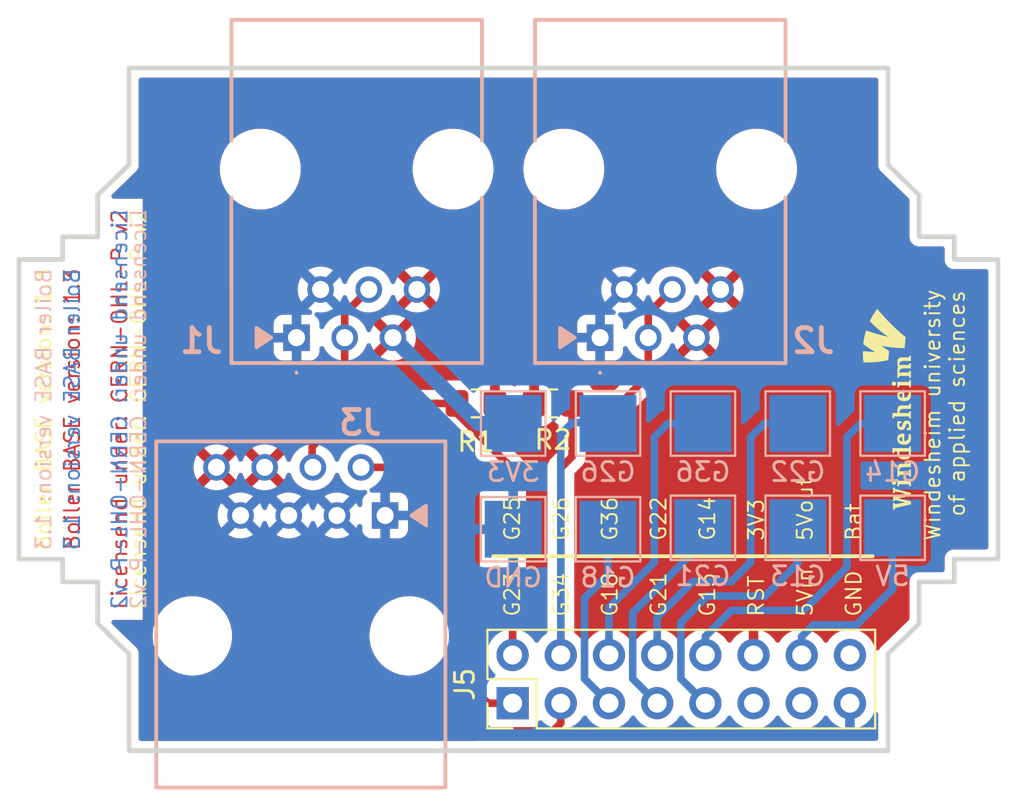
<source format=kicad_pcb>
(kicad_pcb (version 20240108) (generator "pcbnew") (generator_version "8.0")
  (title_block (title "Boiler BASE") (date "2022-11-17") (rev "1.3") (company "Research Group Energy Transistion. Windesheim university of applied sciences") (comment 1 "Author: Huub Buter") (comment 2 "Reviewed by: Kees Fokker, Mirjam van Wee and Marco Winkelman") (comment 3 "Licensend under: CERN-OHL-P v2"))
  (layers (0 "F.Cu" signal) (31 "B.Cu" signal) (34 "B.Paste" user) (35 "F.Paste" user) (36 "B.SilkS" user "B.Silkscreen") (37 "F.SilkS" user "F.Silkscreen") (38 "B.Mask" user) (39 "F.Mask" user) (44 "Edge.Cuts" user))
  (net 0 "")
  (net 2 "Net-(J5-Pad5)")
  (net 3 "Net-(J5-Pad6)")
  (net 4 "Net-(J5-Pad7)")
  (net 5 "Net-(J5-Pad8)")
  (net 6 "Net-(J5-Pad9)")
  (net 7 "Net-(J5-Pad10)")
  (net 8 "GND")
  (net 10 "/oneWireBus-1")
  (net 11 "+3.3V")
  (net 12 "/masterCommands")
  (net 13 "/slaveResponses")
  (net 14 "Net-(J5-Pad14)")
  (net 15 "/oneWireBus-2")
  (footprint "Resistor_SMD:R_0805_2012Metric_Pad1.20x1.40mm_HandSolder" (layer "F.Cu") (at 91.352 132.588)
    (property "Reference" "R2")
    (property "Value" "4k7")
  )
  (footprint "Connector_PinHeader_2.54mm:PinHeader_2x08_P2.54mm_Vertical" (layer "F.Cu") (at 89.22 148.4 90)
    (property "Reference" "J5")
    (property "Value" "M5stack-MI-bus")
  )
  (footprint "Resistor_SMD:R_0805_2012Metric_Pad1.20x1.40mm_HandSolder" (layer "F.Cu") (at 87.288 132.588 180)
    (property "Reference" "R1")
    (property "Value" "4k7")
  )
  (footprint "TestPoint:TestPoint_Pad_3.0x3.0mm" (layer "B.Cu") (at 99.25 139.15 180)
    (property "Reference" "TP2")
    (property "Value" "G21")
  )
  (footprint "IO-base:RJ45 Stewart SS90000001" (layer "B.Cu") (at 82.5 138.5 180)
    (property "Reference" "J3")
    (property "Value" "OpenThermMonitor" (hide yes))
  )
  (footprint "TestPoint:TestPoint_Pad_3.0x3.0mm" (layer "B.Cu") (at 104.25 139.15 180)
    (property "Reference" "TP3")
    (property "Value" "G13")
  )
  (footprint "TestPoint:TestPoint_Pad_3.0x3.0mm" (layer "B.Cu") (at 104.25 133.65 180)
    (property "Reference" "TP8")
    (property "Value" "G22")
  )
  (footprint "TestPoint:TestPoint_Pad_3.0x3.0mm" (layer "B.Cu") (at 109.25 139.15 180)
    (property "Reference" "TP10")
    (property "Value" "5V")
  )
  (footprint "TestPoint:TestPoint_Pad_3.0x3.0mm" (layer "B.Cu") (at 94.25 133.65 180)
    (property "Reference" "TP6")
    (property "Value" "G26")
  )
  (footprint "IO-base:RJ11 Stewart SS90000003" (layer "B.Cu") (at 77.83 129.122)
    (property "Reference" "J1")
    (property "Value" "Temp-1" (hide yes))
  )
  (footprint "TestPoint:TestPoint_Pad_3.0x3.0mm" (layer "B.Cu") (at 89.25 139.225 180)
    (property "Reference" "TP11")
    (property "Value" "GND")
  )
  (footprint "IO-base:RJ11 Stewart SS90000003" (layer "B.Cu") (at 93.83 129.122)
    (property "Reference" "J2")
    (property "Value" "Temp-2" (hide yes))
  )
  (footprint "TestPoint:TestPoint_Pad_3.0x3.0mm" (layer "B.Cu") (at 94.25 139.225 180)
    (property "Reference" "TP1")
    (property "Value" "G18")
  )
  (footprint "TestPoint:TestPoint_Pad_3.0x3.0mm" (layer "B.Cu") (at 99.25 133.65 180)
    (property "Reference" "TP7")
    (property "Value" "G36")
  )
  (footprint "TestPoint:TestPoint_Pad_3.0x3.0mm" (layer "B.Cu") (at 109.25 133.65 180)
    (property "Reference" "TP9")
    (property "Value" "G14")
  )
  (footprint "TestPoint:TestPoint_Pad_3.0x3.0mm" (layer "B.Cu") (at 89.25 133.65 180)
    (property "Reference" "TP12")
    (property "Value" "3V3")
  )
  (gr_poly (pts (xy 109.496326 132.149506) (xy 109.497383 132.124767) (xy 109.499308 132.101359) (xy 109.500586 132.090561) (xy 109.502069 132.080584) (xy 109.503754 132.071591) (xy 109.505636 132.063746) (xy 109.512547 132.042358) (xy 109.521199 132.022319) (xy 109.531588 132.003632) (xy 109.543707 131.986301) (xy 109.55755 131.970329) (xy 109.573111 131.955719) (xy 109.590384 131.942475) (xy 109.609363 131.9306) (xy 109.630042 131.920097) (xy 109.652415 131.91097) (xy 109.676476 131.903222) (xy 109.70222 131.896857) (xy 109.729639 131.891877) (xy 109.758728 131.888285) (xy 109.789481 131.886087) (xy 109.821893 131.885284) (xy 109.864887 131.885152) (xy 109.864887 132.282027) (xy 109.879228 132.281947) (xy 109.893779 132.281466) (xy 109.90788 132.280166) (xy 109.921524 132.278061) (xy 109.934701 132.275165) (xy 109.947405 132.27149) (xy 109.959628 132.267052) (xy 109.971361 132.261862) (xy 109.982598 132.255936) (xy 109.993329 132.249287) (xy 110.003547 132.241928) (xy 110.013244 132.233873) (xy 110.022413 132.225136) (xy 110.031045 132.21573) (xy 110.039133 132.20567) (xy 110.046669 132.194968) (xy 110.053644 132.183638) (xy 110.060052 132.171694) (xy 110.065884 132.15915) (xy 110.071132 132.146019) (xy 110.075789 132.132316) (xy 110.079846 132.118053) (xy 110.083296 132.103244) (xy 110.088342 132.072044) (xy 110.090866 132.038825) (xy 110.090803 132.003696) (xy 110.08809 131.966767) (xy 110.082666 131.928146) (xy 110.079809 131.91161) (xy 110.185562 131.91161) (xy 110.194849 131.941375) (xy 110.201713 131.965408) (xy 110.207505 131.989929) (xy 110.212231 132.014813) (xy 110.215895 132.039937) (xy 110.218503 132.065177) (xy 110.220059 132.090409) (xy 110.22057 132.115508) (xy 110.220041 132.140352) (xy 110.218476 132.164816) (xy 110.215881 132.188776) (xy 110.212262 132.212109) (xy 110.207622 132.23469) (xy 110.201969 132.256395) (xy 110.195306 132.277101) (xy 110.187639 132.296684) (xy 110.178974 132.31502) (xy 110.168684 132.333214) (xy 110.157268 132.350265) (xy 110.144718 132.366175) (xy 110.131031 132.380947) (xy 110.116199 132.394583) (xy 110.100218 132.407088) (xy 110.083081 132.418463) (xy 110.064783 132.428711) (xy 110.045319 132.437836) (xy 110.024682 132.44584) (xy 110.002867 132.452726) (xy 109.979868 132.458498) (xy 109.95568 132.463156) (xy 109.930296 132.466706) (xy 109.903712 132.469149) (xy 109.875921 132.470489) (xy 109.856961 132.470759) (xy 109.838409 132.470501) (xy 109.820271 132.469717) (xy 109.802553 132.468413) (xy 109.785261 132.466592) (xy 109.768401 132.464257) (xy 109.763473 132.463403) (xy 109.763473 132.287556) (xy 109.763473 132.074752) (xy 109.751328 132.074805) (xy 109.744631 132.074918) (xy 109.737996 132.07522) (xy 109.731433 132.075707) (xy 109.724949 132.076375) (xy 109.71855 132.077221) (xy 109.712244 132.078239) (xy 109.706038 132.079427) (xy 109.69994 132.080781) (xy 109.693958 132.082296) (xy 109.688097 132.083969) (xy 109.682367 132.085795) (xy 109.676774 132.087771) (xy 109.671325 132.089893) (xy 109.666028 132.092157) (xy 109.660891 132.09456) (xy 109.65592 132.097096) (xy 109.651122 132.099762) (xy 109.646507 132.102555) (xy 109.64208 132.10547) (xy 109.637848 132.108504) (xy 109.633821 132.111652) (xy 109.630004 132.114911) (xy 109.626405 132.118277) (xy 109.623031 132.121745) (xy 109.61989 132.125312) (xy 109.61699 132.128975) (xy 109.614336 132.132728) (xy 109.611938 132.136569) (xy 109.609802 132.140493) (xy 109.607935 132.144496) (xy 109.606346 132.148574) (xy 109.60504 132.152724) (xy 109.603524 132.158915) (xy 109.602431 132.16503) (xy 109.601755 132.171065) (xy 109.601489 132.177013) (xy 109.601628 132.182868) (xy 109.602167 132.188625) (xy 109.603098 132.194278) (xy 109.604417 132.19982) (xy 109.606118 132.205247) (xy 109.608195 132.210552) (xy 109.610641 132.215729) (xy 109.613452 132.220772) (xy 109.61662 132.225677) (xy 109.620142 132.230436) (xy 109.624009 132.235044) (xy 109.628218 132.239495) (xy 109.632761 132.243783) (xy 109.637633 132.247902) (xy 109.642829 132.251848) (xy 109.648341 132.255612) (xy 109.654166 132.259191) (xy 109.660296 132.262577) (xy 109.666725 132.265766) (xy 109.673449 132.268751) (xy 109.687755 132.274086) (xy 109.703167 132.278536) (xy 109.719637 132.282054) (xy 109.73712 132.284593) (xy 109.763473 132.287556) (xy 109.763473 132.463403) (xy 109.751979 132.461413) (xy 109.736001 132.458062) (xy 109.720473 132.45421) (xy 109.705401 132.449859) (xy 109.690791 132.445013) (xy 109.676649 132.439677) (xy 109.662981 132.433854) (xy 109.649794 132.427548) (xy 109.637093 132.420762) (xy 109.624884 132.413501) (xy 109.613173 132.405768) (xy 109.601967 132.397567) (xy 109.591271 132.388901) (xy 109.581091 132.379775) (xy 109.571434 132.370193) (xy 109.562305 132.360157) (xy 109.55371 132.349673) (xy 109.545656 132.338743) (xy 109.538148 132.327371) (xy 109.531193 132.315562) (xy 109.524797 132.303319) (xy 109.518965 132.290645) (xy 109.513703 132.277545) (xy 109.509019 132.264023) (xy 109.504916 132.250081) (xy 109.501403 132.235725) (xy 109.499913 132.227772) (xy 109.498675 132.218686) (xy 109.497686 132.208631) (xy 109.496941 132.197769) (xy 109.496168 132.174275)) (fill solid) (layer "F.SilkS"))
  (gr_poly (pts (xy 110.12066 131.45298) (xy 110.12066 131.360377) (xy 110.213264 131.360377) (xy 110.213264 131.739631) (xy 110.12066 131.739631) (xy 110.12066 131.638189) (xy 109.591493 131.638189) (xy 109.591493 131.739631) (xy 109.498889 131.739631) (xy 109.498889 131.45298)) (fill solid) (layer "F.SilkS"))
  (gr_poly (pts (xy 109.204598 136.767135) (xy 109.204912 136.760957) (xy 109.205423 136.754692) (xy 109.206123 136.748422) (xy 109.207002 136.742234) (xy 109.208053 136.736213) (xy 109.209268 136.730443) (xy 109.210638 136.725009) (xy 109.212156 136.719997) (xy 109.213812 136.71549) (xy 109.2156 136.711574) (xy 109.222001 136.700426) (xy 109.229053 136.690444) (xy 109.23669 136.681601) (xy 109.244851 136.67387) (xy 109.25347 136.667225) (xy 109.262483 136.661639) (xy 109.271828 136.657084) (xy 109.28144 136.653534) (xy 109.291255 136.650962) (xy 109.301209 136.649342) (xy 109.311239 136.648646) (xy 109.321281 136.648848) (xy 109.33127 136.649921) (xy 109.341144 136.651837) (xy 109.350837 136.654571) (xy 109.360287 136.658096) (xy 109.36943 136.662383) (xy 109.3782 136.667408) (xy 109.386536 136.673142) (xy 109.394372 136.679559) (xy 109.401646 136.686633) (xy 109.408293 136.694336) (xy 109.414248 136.702641) (xy 109.41945 136.711522) (xy 109.423833 136.720952) (xy 109.427333 136.730905) (xy 109.429888 136.741352) (xy 109.431433 136.752268) (xy 109.431904 136.763625) (xy 109.431237 136.775397) (xy 109.429368 136.787557) (xy 109.426235 136.800078) (xy 109.422917 136.809723) (xy 109.418938 136.818736) (xy 109.41434 136.827117) (xy 109.409167 136.834868) (xy 109.403461 136.841987) (xy 109.397268 136.848476) (xy 109.39063 136.854336) (xy 109.38359 136.859566) (xy 109.376193 136.864168) (xy 109.368481 136.868141) (xy 109.360498 136.871486) (xy 109.352288 136.874205) (xy 109.343894 136.876296) (xy 109.33536 136.877761) (xy 109.326728 136.8786) (xy 109.318043 136.878814) (xy 109.309348 136.878403) (xy 109.300687 136.877368) (xy 109.292103 136.875709) (xy 109.283639 136.873426) (xy 109.275338 136.870521) (xy 109.267246 136.866993) (xy 109.259404 136.862843) (xy 109.251857 136.858072) (xy 109.244647 136.85268) (xy 109.237819 136.846668) (xy 109.231415 136.840035) (xy 109.22548 136.832783) (xy 109.220057 136.824912) (xy 109.215189 136.816423) (xy 109.210919 136.807315) (xy 109.207292 136.79759) (xy 109.206257 136.793726) (xy 109.205467 136.789264) (xy 109.204914 136.784289) (xy 109.20459 136.778886) (xy 109.204488 136.773139)) (fill solid) (layer "F.SilkS"))
  (gr_poly (pts (xy 109.493281 133.682265) (xy 109.494729 133.651152) (xy 109.497023 133.620605) (xy 109.500077 133.592038) (xy 109.503805 133.566863) (xy 109.505896 133.555991) (xy 109.508123 133.546496) (xy 109.512462 133.52996) (xy 109.710556 133.52996) (xy 109.710556 133.635793) (xy 109.609512 133.635793) (xy 109.606019 133.65233) (xy 109.604266 133.661217) (xy 109.602795 133.670006) (xy 109.6016 133.678687) (xy 109.60068 133.687247) (xy 109.600029 133.695677) (xy 109.599644 133.703964) (xy 109.59952 133.712098) (xy 109.599655 133.720067) (xy 109.600043 133.727861) (xy 109.600681 133.735467) (xy 109.601565 133.742876) (xy 109.60269 133.750076) (xy 109.604054 133.757055) (xy 109.605652 133.763802) (xy 109.60748 133.770307) (xy 109.609535 133.776558) (xy 109.611811 133.782545) (xy 109.614306 133.788255) (xy 109.617015 133.793678) (xy 109.619935 133.798802) (xy 109.623061 133.803617) (xy 109.626389 133.808111) (xy 109.629916 133.812274) (xy 109.633638 133.816093) (xy 109.63755 133.819558) (xy 109.641649 133.822658) (xy 109.645931 133.825381) (xy 109.650391 133.827717) (xy 109.655027 133.829654) (xy 109.659833 133.831181) (xy 109.664806 133.832287) (xy 109.669943 133.832961) (xy 109.678225 133.833346) (xy 109.685976 133.832952) (xy 109.693257 133.831703) (xy 109.700126 133.829525) (xy 109.703426 133.828063) (xy 109.706644 133.826341) (xy 109.70979 133.824348) (xy 109.71287 133.822075) (xy 109.718864 133.816653) (xy 109.724685 133.809998) (xy 109.730393 133.802035) (xy 109.736048 133.792689) (xy 109.74171 133.781882) (xy 109.747437 133.769541) (xy 109.753291 133.75559) (xy 109.75933 133.739952) (xy 109.765615 133.722552) (xy 109.772204 133.703315) (xy 109.781933 133.675402) (xy 109.791653 133.649904) (xy 109.801454 133.62673) (xy 109.811427 133.605787) (xy 109.816506 133.596125) (xy 109.821661 133.586986) (xy 109.826904 133.57836) (xy 109.832246 133.570235) (xy 109.837699 133.5626) (xy 109.843272 133.555443) (xy 109.848979 133.548752) (xy 109.85483 133.542518) (xy 109.860836 133.536727) (xy 109.867008 133.531369) (xy 109.873359 133.526432) (xy 109.879898 133.521906) (xy 109.886637 133.517777) (xy 109.893588 133.514036) (xy 109.900762 133.51067) (xy 109.90817 133.507669) (xy 109.915822 133.505021) (xy 109.923732 133.502714) (xy 109.931909 133.500737) (xy 109.940365 133.499079) (xy 109.949111 133.497728) (xy 109.958159 133.496673) (xy 109.977203 133.495405) (xy 109.988262 133.49518) (xy 109.999071 133.495333) (xy 110.00963 133.495865) (xy 110.01994 133.496776) (xy 110.030001 133.498066) (xy 110.039815 133.499737) (xy 110.049381 133.501787) (xy 110.0587 133.504219) (xy 110.067772 133.507033) (xy 110.076599 133.510228) (xy 110.085181 133.513805) (xy 110.093518 133.517765) (xy 110.101611 133.522108) (xy 110.10946 133.526835) (xy 110.117066 133.531946) (xy 110.12443 133.537441) (xy 110.131552 133.543321) (xy 110.138433 133.549587) (xy 110.145073 133.556239) (xy 110.151473 133.563276) (xy 110.157634 133.570701) (xy 110.163555 133.578512) (xy 110.169238 133.586712) (xy 110.174683 133.595299) (xy 110.179891 133.604275) (xy 110.184861 133.61364) (xy 110.189596 133.623394) (xy 110.194095 133.633538) (xy 110.202388 133.654997) (xy 110.209745 133.678021) (xy 110.212763 133.690271) (xy 110.21531 133.704403) (xy 110.21739 133.720196) (xy 110.219008 133.73743) (xy 110.220168 133.755885) (xy 110.220875 133.775339) (xy 110.220944 133.816368) (xy 110.219249 133.858755) (xy 110.215825 133.900738) (xy 110.213475 133.921028) (xy 110.210705 133.940555) (xy 110.20752 133.959101) (xy 110.203924 133.976444) (xy 110.199136 133.9974) (xy 109.997179 133.9974) (xy 109.997179 133.882756) (xy 110.097244 133.882756) (xy 110.104547 133.84955) (xy 110.106772 133.838667) (xy 110.108634 133.827963) (xy 110.110137 133.817452) (xy 110.111289 133.807147) (xy 110.112093 133.797061) (xy 110.112557 133.787207) (xy 110.112684 133.777599) (xy 110.112482 133.76825) (xy 110.111955 133.759172) (xy 110.111109 133.750379) (xy 110.10995 133.741885) (xy 110.108483 133.733702) (xy 110.106713 133.725843) (xy 110.104647 133.718322) (xy 110.102289 133.711153) (xy 110.099646 133.704347) (xy 110.096722 133.697919) (xy 110.093524 133.691881) (xy 110.090057 133.686247) (xy 110.086326 133.68103) (xy 110.082338 133.676243) (xy 110.078097 133.671899) (xy 110.073609 133.668012) (xy 110.06888 133.664594) (xy 110.063916 133.661659) (xy 110.058721 133.659221) (xy 110.053301 133.657291) (xy 110.047663 133.655884) (xy 110.041811 133.655012) (xy 110.035751 133.65469) (xy 110.029488 133.654929) (xy 110.023029 133.655743) (xy 110.015786 133.657274) (xy 110.008968 133.659398) (xy 110.002517 133.662202) (xy 109.99637 133.665776) (xy 109.990468 133.67021) (xy 109.984751 133.675592) (xy 109.979157 133.682011) (xy 109.973628 133.689557) (xy 109.968102 133.698318) (xy 109.962519 133.708383) (xy 109.956818 133.719842) (xy 109.95094 133.732784) (xy 109.944824 133.747297) (xy 109.93841 133.763471) (xy 109.924445 133.801158) (xy 109.91517 133.826277) (xy 109.906106 133.849131) (xy 109.897147 133.869832) (xy 109.88819 133.888492) (xy 109.879128 133.90522) (xy 109.874524 133.912896) (xy 109.869856 133.92013) (xy 109.865108 133.926937) (xy 109.860269 133.933331) (xy 109.855325 133.939326) (xy 109.850262 133.944936) (xy 109.845069 133.950174) (xy 109.839731 133.955055) (xy 109.834235 133.959592) (xy 109.828568 133.9638) (xy 109.822718 133.967692) (xy 109.81667 133.971282) (xy 109.810413 133.974584) (xy 109.803931 133.977612) (xy 109.797214 133.980381) (xy 109.790247 133.982902) (xy 109.783017 133.985192) (xy 109.775511 133.987263) (xy 109.759619 133.990806) (xy 109.742465 133.993642) (xy 109.730291 133.995049) (xy 109.718299 133.995806) (xy 109.706498 133.995925) (xy 109.694901 133.995414) (xy 109.683516 133.994283) (xy 109.672354 133.992542) (xy 109.661426 133.990201) (xy 109.650743 133.98727) (xy 109.640314 133.983757) (xy 109.630151 133.979673) (xy 109.620263 133.975027) (xy 109.610662 133.969829) (xy 109.601357 133.964089) (xy 109.592359 133.957817) (xy 109.583679 133.951021) (xy 109.575327 133.943712) (xy 109.567314 133.9359) (xy 109.55965 133.927593) (xy 109.552345 133.918802) (xy 109.545411 133.909537) (xy 109.538856 133.899807) (xy 109.532693 133.889621) (xy 109.526931 133.87899) (xy 109.521581 133.867923) (xy 109.516654 133.85643) (xy 109.512159 133.844521) (xy 109.508108 133.832204) (xy 109.50451 133.81949) (xy 109.501377 133.806389) (xy 109.498718 133.79291) (xy 109.496545 133.779063) (xy 109.494868 133.764857) (xy 109.493923 133.753242) (xy 109.493265 133.740531) (xy 109.492764 133.712529)) (fill solid) (layer "F.SilkS"))
  (gr_poly (pts (xy 109.500133 136.207781) (xy 109.501119 136.10714) (xy 109.50183 136.065636) (xy 109.502791 136.02937) (xy 109.504083 135.997862) (xy 109.504877 135.983742) (xy 109.505783 135.970632) (xy 109.506811 135.958471) (xy 109.507971 135.9472) (xy 109.509273 135.936758) (xy 109.510726 135.927085) (xy 109.512341 135.918122) (xy 109.514127 135.909808) (xy 109.516094 135.902083) (xy 109.518252 135.894888) (xy 109.520612 135.888163) (xy 109.523182 135.881846) (xy 109.525973 135.87588) (xy 109.528994 135.870202) (xy 109.532256 135.864754) (xy 109.535769 135.859475) (xy 109.539541 135.854306) (xy 109.543584 135.849186) (xy 109.547907 135.844055) (xy 109.55252 135.838853) (xy 109.562654 135.827999) (xy 109.582583 135.808092) (xy 109.592063 135.79997) (xy 109.601819 135.792959) (xy 109.612297 135.786979) (xy 109.623947 135.781947) (xy 109.637216 135.777782) (xy 109.652553 135.7744) (xy 109.670405 135.771722) (xy 109.691222 135.769664) (xy 109.71545 135.768145) (xy 109.74354 135.767083) (xy 109.813092 135.766003) (xy 109.903464 135.765768) (xy 110.12066 135.765689) (xy 110.12066 135.677503) (xy 110.213264 135.677503) (xy 110.213264 135.950897) (xy 110.010726 135.950897) (xy 109.926376 135.951147) (xy 109.890942 135.951518) (xy 109.859552 135.952107) (xy 109.831869 135.952955) (xy 109.807558 135.9541) (xy 109.786281 135.955582) (xy 109.767703 135.957443) (xy 109.75932 135.958527) (xy 109.751485 135.95972) (xy 109.744156 135.961029) (xy 109.737291 135.962456) (xy 109.730849 135.964008) (xy 109.724786 135.965689) (xy 109.719061 135.967505) (xy 109.713631 135.96946) (xy 109.708455 135.971559) (xy 109.703491 135.973808) (xy 109.698696 135.976211) (xy 109.694028 135.978774) (xy 109.684907 135.984397) (xy 109.67579 135.990717) (xy 109.667501 135.997408) (xy 109.659451 136.005238) (xy 109.651697 136.014071) (xy 109.644297 136.023775) (xy 109.637306 136.034214) (xy 109.630783 136.045256) (xy 109.624784 136.056765) (xy 109.619367 136.068607) (xy 109.614589 136.080649) (xy 109.610506 136.092756) (xy 109.607177 136.104794) (xy 109.604657 136.116629) (xy 109.603005 136.128127) (xy 109.602277 136.139154) (xy 109.602531 136.149575) (xy 109.603044 136.154517) (xy 109.603823 136.159257) (xy 109.604317 136.160538) (xy 109.605458 136.16167) (xy 109.607557 136.162662) (xy 109.610924 136.163522) (xy 109.6227 136.164887) (xy 109.643266 136.165838) (xy 109.720683 136.166795) (xy 109.863009 136.166983) (xy 110.12066 136.166983) (xy 110.12066 136.078797) (xy 110.213264 136.078797) (xy 110.213264 136.453606) (xy 110.12066 136.453606) (xy 110.12066 136.35661) (xy 109.591493 136.35661) (xy 109.591493 136.453606) (xy 109.498281 136.453606)) (fill solid) (layer "F.SilkS"))
  (gr_poly (pts (xy 109.203487 131.542184) (xy 109.204225 131.535327) (xy 109.20536 131.528564) (xy 109.206883 131.521911) (xy 109.208781 131.515384) (xy 109.211045 131.508998) (xy 109.213664 131.50277) (xy 109.216627 131.496715) (xy 109.219923 131.490849) (xy 109.223541 131.485187) (xy 109.227471 131.479746) (xy 109.231702 131.474542) (xy 109.236223 131.46959) (xy 109.241023 131.464906) (xy 109.246092 131.460505) (xy 109.251419 131.456405) (xy 109.256994 131.45262) (xy 109.262805 131.449166) (xy 109.268841 131.446059) (xy 109.275092 131.443315) (xy 109.281548 131.44095) (xy 109.288197 131.43898) (xy 109.295028 131.43742) (xy 109.302032 131.436286) (xy 109.309197 131.435594) (xy 109.316512 131.43536) (xy 109.326055 131.435721) (xy 109.335279 131.436782) (xy 109.344169 131.438511) (xy 109.352712 131.440876) (xy 109.360896 131.443843) (xy 109.368707 131.44738) (xy 109.376132 131.451455) (xy 109.383156 131.456035) (xy 109.389768 131.461087) (xy 109.395953 131.466579) (xy 109.401699 131.472477) (xy 109.406991 131.478751) (xy 109.411817 131.485367) (xy 109.416164 131.492292) (xy 109.420017 131.499493) (xy 109.423364 131.50694) (xy 109.426191 131.514597) (xy 109.428486 131.522434) (xy 109.430234 131.530418) (xy 109.431422 131.538515) (xy 109.432038 131.546694) (xy 109.432067 131.554921) (xy 109.431497 131.563165) (xy 109.430313 131.571393) (xy 109.428504 131.579571) (xy 109.426055 131.587668) (xy 109.422953 131.595651) (xy 109.419185 131.603487) (xy 109.414737 131.611144) (xy 109.409596 131.618589) (xy 109.40375 131.625789) (xy 109.397183 131.632713) (xy 109.391628 131.637795) (xy 109.385841 131.64242) (xy 109.379843 131.64659) (xy 109.373656 131.650312) (xy 109.367301 131.65359) (xy 109.3608 131.656429) (xy 109.354173 131.658833) (xy 109.347443 131.660807) (xy 109.340631 131.662356) (xy 109.333757 131.663485) (xy 109.326844 131.664198) (xy 109.319912 131.664499) (xy 109.312984 131.664395) (xy 109.30608 131.663889) (xy 109.299222 131.662986) (xy 109.292432 131.661691) (xy 109.28573 131.660008) (xy 109.279137 131.657943) (xy 109.272677 131.6555) (xy 109.266368 131.652684) (xy 109.260234 131.649499) (xy 109.254296 131.64595) (xy 109.248574 131.642042) (xy 109.243091 131.63778) (xy 109.237867 131.633168) (xy 109.232923 131.628211) (xy 109.228283 131.622914) (xy 109.223966 131.617281) (xy 109.219993 131.611318) (xy 109.216388 131.605028) (xy 109.21317 131.598417) (xy 109.210361 131.59149) (xy 109.208014 131.584417) (xy 109.20614 131.577327) (xy 109.204728 131.570237) (xy 109.203768 131.563162) (xy 109.203248 131.556117) (xy 109.203158 131.54912)) (fill solid) (layer "F.SilkS"))
  (gr_poly (pts (xy 110.12066 136.665272) (xy 110.12066 136.572668) (xy 110.213264 136.572668) (xy 110.213264 136.956314) (xy 110.12066 136.956314) (xy 110.12066 136.854899) (xy 109.591493 136.854899) (xy 109.591493 136.956314) (xy 109.498889 136.956314) (xy 109.498889 136.665272)) (fill solid) (layer "F.SilkS"))
  (gr_poly (pts (xy 109.37099 137.847087) (xy 109.37099 137.875741) (xy 109.371009 137.879359) (xy 109.371069 137.882716) (xy 109.371169 137.885816) (xy 109.37131 137.888661) (xy 109.371494 137.891257) (xy 109.371721 137.893606) (xy 109.37185 137.89469) (xy 109.371991 137.895713) (xy 109.372143 137.896677) (xy 109.372306 137.897582) (xy 109.37248 137.898429) (xy 109.372666 137.899217) (xy 109.372863 137.899948) (xy 109.373072 137.900621) (xy 109.373293 137.901238) (xy 109.373525 137.901799) (xy 109.373769 137.902304) (xy 109.374026 137.902753) (xy 109.374294 137.903148) (xy 109.374575 137.903489) (xy 109.374868 137.903776) (xy 109.375173 137.90401) (xy 109.37549 137.904191) (xy 109.375821 137.90432) (xy 109.376164 137.904396) (xy 109.376519 137.904422) (xy 109.463028 137.889864) (xy 109.644152 137.857591) (xy 109.824909 137.824702) (xy 109.910316 137.808299) (xy 109.889697 137.801981) (xy 109.831233 137.786944) (xy 109.649956 137.74255) (xy 109.464855 137.698791) (xy 109.40161 137.684548) (xy 109.374297 137.679341) (xy 109.374129 137.679388) (xy 109.373963 137.679509) (xy 109.373638 137.679964) (xy 109.373324 137.68069) (xy 109.373021 137.681674) (xy 109.372733 137.6829) (xy 109.37246 137.684355) (xy 109.371969 137.687887) (xy 109.371562 137.692154) (xy 109.371253 137.697037) (xy 109.371058 137.702418) (xy 109.37099 137.70818) (xy 109.37099 137.736835) (xy 109.269575 137.736835) (xy 109.269575 137.604543) (xy 109.269654 137.577885) (xy 109.269881 137.553054) (xy 109.270239 137.530583) (xy 109.270713 137.511003) (xy 109.271285 137.494848) (xy 109.271941 137.482649) (xy 109.272295 137.4782) (xy 109.272664 137.47494) (xy 109.273046 137.472935) (xy 109.273241 137.472424) (xy 109.273438 137.472252) (xy 109.919312 137.351893) (xy 109.899697 137.346993) (xy 109.843549 137.334506) (xy 109.656184 137.294319) (xy 109.465036 137.253769) (xy 109.380171 137.235502) (xy 109.378616 137.235124) (xy 109.377247 137.234888) (xy 109.376052 137.234846) (xy 109.375019 137.235048) (xy 109.37456 137.235258) (xy 109.374137 137.235549) (xy 109.373749 137.235926) (xy 109.373394 137.236398) (xy 109.372778 137.237649) (xy 109.372276 137.239352) (xy 109.371878 137.24156) (xy 109.371572 137.244325) (xy 109.371344 137.247698) (xy 109.371185 137.251732) (xy 109.371023 137.261988) (xy 109.37099 137.275507) (xy 109.37099 137.31792) (xy 109.269575 137.31792) (xy 109.269575 137.031297) (xy 109.37099 137.031297) (xy 109.37099 137.0953) (xy 109.794323 137.201054) (xy 110.217656 137.306834) (xy 110.217656 137.387347) (xy 110.217602 137.403515) (xy 110.217447 137.418601) (xy 110.217202 137.432274) (xy 110.216876 137.444202) (xy 110.216481 137.454056) (xy 110.216027 137.461504) (xy 110.215781 137.464222) (xy 110.215524 137.466215) (xy 110.215258 137.467442) (xy 110.215122 137.467754) (xy 110.214984 137.467859) (xy 109.549584 137.594251) (xy 109.548925 137.594861) (xy 109.550606 137.595951) (xy 109.561327 137.599654) (xy 109.614562 137.613744) (xy 109.714682 137.637865) (xy 109.867083 137.673361) (xy 110.207734 137.752181) (xy 110.210987 137.75317) (xy 110.212305 137.753896) (xy 110.213437 137.754932) (xy 110.214397 137.756393) (xy 110.215199 137.758395) (xy 110.215858 137.761054) (xy 110.216386 137.764487) (xy 110.2168 137.76881) (xy 110.217112 137.774138) (xy 110.21749 137.788275) (xy 110.217656 137.833725) (xy 110.217656 137.912809) (xy 110.203342 137.916593) (xy 109.780035 138.014938) (xy 109.371096 138.109474) (xy 109.371043 138.150246) (xy 109.37099 138.191045) (xy 109.269575 138.191045) (xy 109.269575 137.847087)) (fill solid) (layer "F.SilkS"))
  (gr_poly (pts (xy 107.682784 129.876499) (xy 107.68346 129.842817) (xy 107.683985 129.833492) (xy 107.684641 129.830212) (xy 107.870935 129.845478) (xy 108.005906 129.856068) (xy 108.137353 129.865306) (xy 108.244765 129.87184) (xy 108.283047 129.873671) (xy 108.307629 129.874318) (xy 108.327896 129.874318) (xy 108.268471 129.839817) (xy 108.192224 129.794606) (xy 108.114074 129.746498) (xy 108.036193 129.696941) (xy 107.960751 129.647385) (xy 107.889919 129.599277) (xy 107.825867 129.554066) (xy 107.770767 129.513201) (xy 107.72679 129.478131) (xy 107.703136 129.458261) (xy 107.706046 129.427066) (xy 107.711893 129.374862) (xy 107.720244 129.315369) (xy 107.730712 129.250649) (xy 107.742909 129.18276) (xy 107.756449 129.113764) (xy 107.770943 129.04572) (xy 107.786003 128.98069) (xy 107.801243 128.920733) (xy 107.81005 128.888839) (xy 107.819286 128.857132) (xy 107.828539 128.826868) (xy 107.837395 128.799296) (xy 107.845442 128.775672) (xy 107.852265 128.757246) (xy 107.855089 128.750374) (xy 107.857452 128.745272) (xy 107.859303 128.742096) (xy 107.86002 128.741279) (xy 107.860589 128.741002) (xy 107.862523 128.741365) (xy 107.866123 128.742403) (xy 107.871182 128.744045) (xy 107.877493 128.746218) (xy 107.893045 128.751863) (xy 107.911125 128.758755) (xy 107.969407 128.780514) (xy 108.037696 128.804319) (xy 108.11495 128.829848) (xy 108.200129 128.85678) (xy 108.390106 128.913563) (xy 108.599306 128.972089) (xy 108.723773 129.005283) (xy 108.858756 129.040573) (xy 108.967269 129.068377) (xy 109.000039 129.076477) (xy 109.012321 129.079113) (xy 109.012199 129.078815) (xy 109.011601 129.078192) (xy 109.009073 129.07604) (xy 109.004923 129.072794) (xy 108.999339 129.068596) (xy 108.98462 129.057897) (xy 108.966415 129.045061) (xy 108.89061 128.991042) (xy 108.811992 128.932798) (xy 108.731912 128.871414) (xy 108.65172 128.807975) (xy 108.572769 128.743565) (xy 108.496409 128.679271) (xy 108.423992 128.616178) (xy 108.356868 128.55537) (xy 108.269501 128.473015) (xy 108.168845 128.376313) (xy 108.08538 128.294772) (xy 108.059617 128.268908) (xy 108.052395 128.261316) (xy 108.049581 128.257899) (xy 108.049672 128.254093) (xy 108.051525 128.247194) (xy 108.060004 128.225159) (xy 108.073991 128.193879) (xy 108.09246 128.155439) (xy 108.114383 128.111925) (xy 108.138733 128.06542) (xy 108.164482 128.01801) (xy 108.190604 127.971779) (xy 108.217631 127.92706) (xy 108.252313 127.872665) (xy 108.291398 127.81334) (xy 108.331634 127.753835) (xy 108.369768 127.698896) (xy 108.40255 127.653272) (xy 108.426727 127.621709) (xy 108.434573 127.612685) (xy 108.439048 127.608956) (xy 108.439829 127.609183) (xy 108.441219 127.610158) (xy 108.445684 127.6142) (xy 108.452172 127.620784) (xy 108.46041 127.629613) (xy 108.470124 127.64039) (xy 108.481043 127.652815) (xy 108.492895 127.666593) (xy 108.505405 127.681425) (xy 108.662546 127.864704) (xy 108.82828 128.049024) (xy 108.999724 128.231507) (xy 109.173997 128.409277) (xy 109.348217 128.579456) (xy 109.519502 128.739165) (xy 109.684969 128.885528) (xy 109.841736 129.015666) (xy 109.869654 129.038066) (xy 109.881284 129.047487) (xy 109.891484 129.055835) (xy 109.900344 129.063196) (xy 109.907956 129.069654) (xy 109.91441 129.075295) (xy 109.917232 129.077836) (xy 109.919798 129.080204) (xy 109.922121 129.082411) (xy 109.924211 129.084467) (xy 109.92608 129.086382) (xy 109.92774 129.088167) (xy 109.929202 129.089834) (xy 109.930476 129.091392) (xy 109.931575 129.092852) (xy 109.93251 129.094225) (xy 109.933293 129.095521) (xy 109.933934 129.096752) (xy 109.934445 129.097927) (xy 109.934838 129.099058) (xy 109.935124 129.100155) (xy 109.935313 129.101229) (xy 109.935419 129.10229) (xy 109.935452 129.103349) (xy 109.93425 129.1197) (xy 109.93098 129.154761) (xy 109.920238 129.260405) (xy 109.906146 129.397916) (xy 109.893621 129.525941) (xy 109.888998 129.574159) (xy 109.884877 129.615797) (xy 109.881707 129.646407) (xy 109.879942 129.661541) (xy 109.87772 129.675881) (xy 109.83491 129.675828) (xy 109.717207 129.673043) (xy 109.57823 129.66539) (xy 109.425296 129.653625) (xy 109.265722 129.638502) (xy 109.106827 129.620777) (xy 108.955927 129.601205) (xy 108.820342 129.580542) (xy 108.707388 129.559543) (xy 108.701167 129.558266) (xy 108.69531 129.557127) (xy 108.689949 129.556147) (xy 108.685216 129.55535) (xy 108.681242 129.554756) (xy 108.678158 129.554387) (xy 108.676992 129.554293) (xy 108.676097 129.554264) (xy 108.67549 129.554302) (xy 108.6753 129.554347) (xy 108.675189 129.55441) (xy 108.676325 129.55627) (xy 108.680851 129.560401) (xy 108.698913 129.574655) (xy 108.727059 129.595525) (xy 108.762971 129.62136) (xy 108.848826 129.681335) (xy 108.937946 129.741391) (xy 109.062697 129.823597) (xy 109.060581 129.850056) (xy 109.042457 130.07937) (xy 109.030607 130.225413) (xy 109.026565 130.272021) (xy 109.024571 130.291725) (xy 109.020079 130.296097) (xy 109.008574 130.301371) (xy 108.96705 130.314134) (xy 108.90505 130.329027) (xy 108.827628 130.345065) (xy 108.739838 130.361262) (xy 108.646733 130.376632) (xy 108.553367 130.390188) (xy 108.464792 130.400945) (xy 108.368448 130.409502) (xy 108.25322 130.417105) (xy 108.128888 130.42344) (xy 108.00523 130.428191) (xy 107.892028 130.431044) (xy 107.799061 130.431686) (xy 107.736109 130.429801) (xy 107.718945 130.427813) (xy 107.714476 130.42654) (xy 107.712952 130.425075) (xy 107.709674 130.392309) (xy 107.701813 130.320353) (xy 107.697206 130.277922) (xy 107.692877 130.236219) (xy 107.689311 130.200036) (xy 107.686996 130.17417) (xy 107.685521 130.144168) (xy 107.684299 130.098058) (xy 107.682783 129.982308)) (fill solid) (layer "F.SilkS"))
  (gr_poly (pts (xy 109.497857 133.093398) (xy 109.5 132.988675) (xy 109.500663 132.963013) (xy 109.501597 132.939457) (xy 109.502842 132.917862) (xy 109.504436 132.898084) (xy 109.506419 132.879977) (xy 109.508832 132.863397) (xy 109.511713 132.848198) (xy 109.513341 132.841071) (xy 109.515102 132.834235) (xy 109.516999 132.827672) (xy 109.519038 132.821363) (xy 109.521224 132.815291) (xy 109.523562 132.809437) (xy 109.526056 132.803784) (xy 109.528712 132.798312) (xy 109.531535 132.793005) (xy 109.534529 132.787843) (xy 109.537699 132.782809) (xy 109.541051 132.777885) (xy 109.544589 132.773052) (xy 109.548318 132.768292) (xy 109.55637 132.75892) (xy 109.565247 132.749624) (xy 109.584557 132.731376) (xy 109.593875 132.723912) (xy 109.603539 132.717457) (xy 109.613979 132.711939) (xy 109.625622 132.707283) (xy 109.638898 132.703418) (xy 109.654236 132.70027) (xy 109.672064 132.697766) (xy 109.69281 132.695832) (xy 109.716904 132.694397) (xy 109.744774 132.693386) (xy 109.813558 132.692347) (xy 109.902591 132.692131) (xy 110.12066 132.692131) (xy 110.12066 132.603918) (xy 110.213264 132.603918) (xy 110.213264 132.877339) (xy 110.002682 132.877365) (xy 109.929881 132.877488) (xy 109.872156 132.877934) (xy 109.848222 132.878322) (xy 109.827188 132.878845) (xy 109.808763 132.87952) (xy 109.792659 132.880365) (xy 109.778586 132.881399) (xy 109.766254 132.882638) (xy 109.755372 132.884102) (xy 109.745653 132.885808) (xy 109.736804 132.887773) (xy 109.728538 132.890017) (xy 109.720565 132.892557) (xy 109.712593 132.89541) (xy 109.701626 132.90008) (xy 109.691054 132.905708) (xy 109.680915 132.91224) (xy 109.671246 132.919619) (xy 109.662085 132.92779) (xy 109.653469 132.936698) (xy 109.645435 132.946287) (xy 109.63802 132.956502) (xy 109.631264 132.967288) (xy 109.625202 132.978589) (xy 109.619872 132.990349) (xy 109.615312 133.002514) (xy 109.611559 133.015028) (xy 109.60865 133.027835) (xy 109.606624 133.04088) (xy 109.605516 133.054107) (xy 109.603638 133.093398) (xy 110.12066 133.093398) (xy 110.12066 133.005212) (xy 110.213264 133.005212) (xy 110.213264 133.380047) (xy 110.12066 133.380047) (xy 110.12066 133.278606) (xy 109.331302 133.278606) (xy 109.331302 133.375629) (xy 109.238698 133.375629) (xy 109.238698 133.093398)) (fill solid) (layer "F.SilkS"))
  (gr_poly (pts (xy 109.49508 134.455712) (xy 109.495712 134.441449) (xy 109.496782 134.427053) (xy 109.498277 134.412646) (xy 109.500183 134.398352) (xy 109.502484 134.384294) (xy 109.505167 134.370593) (xy 109.508215 134.357373) (xy 109.511616 134.344756) (xy 109.515355 134.332865) (xy 109.519417 134.321822) (xy 109.523787 134.311751) (xy 109.532104 134.296512) (xy 109.542233 134.282075) (xy 109.554114 134.268467) (xy 109.567689 134.25571) (xy 109.582898 134.243831) (xy 109.599681 134.232854) (xy 109.617981 134.222804) (xy 109.637736 134.213706) (xy 109.658889 134.205585) (xy 109.681379 134.198466) (xy 109.705148 134.192374) (xy 109.730137 134.187334) (xy 109.756286 134.183371) (xy 109.783535 134.180509) (xy 109.811827 134.178773) (xy 109.841101 134.178189) (xy 109.864887 134.178189) (xy 109.864887 134.580012) (xy 109.885842 134.577207) (xy 109.901127 134.5748) (xy 109.915854 134.571774) (xy 109.930021 134.568136) (xy 109.943623 134.563891) (xy 109.956658 134.559044) (xy 109.969123 134.553603) (xy 109.981014 134.547571) (xy 109.992328 134.540956) (xy 110.003062 134.533764) (xy 110.013213 134.525999) (xy 110.022778 134.517667) (xy 110.031753 134.508776) (xy 110.040135 134.499329) (xy 110.04792 134.489334) (xy 110.055107 134.478795) (xy 110.061691 134.467719) (xy 110.06767 134.456112) (xy 110.073039 134.443979) (xy 110.077796 134.431326) (xy 110.081938 134.418159) (xy 110.085462 134.404483) (xy 110.088364 134.390305) (xy 110.090641 134.375631) (xy 110.092289 134.360465) (xy 110.093689 134.328684) (xy 110.092539 134.295009) (xy 110.088811 134.259487) (xy 110.082481 134.222163) (xy 110.079861 134.209066) (xy 110.186436 134.209066) (xy 110.195617 134.238779) (xy 110.202263 134.261765) (xy 110.20796 134.284573) (xy 110.212719 134.307177) (xy 110.216551 134.32955) (xy 110.219466 134.351665) (xy 110.221476 134.373495) (xy 110.222589 134.395014) (xy 110.222818 134.416195) (xy 110.222173 134.437011) (xy 110.220664 134.457435) (xy 110.218303 134.477441) (xy 110.215099 134.497001) (xy 110.211064 134.51609) (xy 110.206208 134.534679) (xy 110.200541 134.552743) (xy 110.194075 134.570255) (xy 110.18682 134.587188) (xy 110.178787 134.603515) (xy 110.169986 134.61921) (xy 110.160429 134.634245) (xy 110.150124 134.648594) (xy 110.139084 134.66223) (xy 110.127319 134.675127) (xy 110.11484 134.687257) (xy 110.101657 134.698594) (xy 110.087781 134.709112) (xy 110.073222 134.718782) (xy 110.057992 134.727579) (xy 110.0421 134.735476) (xy 110.025558 134.742447) (xy 110.008376 134.748463) (xy 109.990564 134.753499) (xy 109.968177 134.758644) (xy 109.945946 134.762847) (xy 109.923901 134.766123) (xy 109.902072 134.768485) (xy 109.880488 134.769947) (xy 109.859179 134.770523) (xy 109.838175 134.770228) (xy 109.817506 134.769076) (xy 109.797201 134.76708) (xy 109.77729 134.764255) (xy 109.763473 134.761674) (xy 109.763473 134.584007) (xy 109.763473 134.370912) (xy 109.728865 134.373584) (xy 109.722872 134.374118) (xy 109.716976 134.374788) (xy 109.711181 134.375589) (xy 109.70549 134.376521) (xy 109.699908 134.37758) (xy 109.694439 134.378764) (xy 109.689087 134.380071) (xy 109.683855 134.381499) (xy 109.678749 134.383045) (xy 109.673771 134.384707) (xy 109.668927 134.386483) (xy 109.664219 134.388369) (xy 109.659652 134.390365) (xy 109.65523 134.392466) (xy 109.650957 134.394672) (xy 109.646838 134.39698) (xy 109.642875 134.399387) (xy 109.639073 134.401891) (xy 109.635437 134.404489) (xy 109.631969 134.40718) (xy 109.628675 134.409961) (xy 109.625558 134.41283) (xy 109.622622 134.415784) (xy 109.619871 134.41882) (xy 109.617309 134.421938) (xy 109.614941 134.425133) (xy 109.61277 134.428404) (xy 109.6108 134.431749) (xy 109.609035 134.435165) (xy 109.60748 134.438649) (xy 109.606138 134.4422) (xy 109.605014 134.445815) (xy 109.603388 134.452367) (xy 109.602178 134.458798) (xy 109.601383 134.465107) (xy 109.600998 134.471291) (xy 109.601021 134.477345) (xy 109.601448 134.483268) (xy 109.602278 134.489057) (xy 109.603506 134.494707) (xy 109.605129 134.500218) (xy 109.607145 134.505585) (xy 109.609551 134.510806) (xy 109.612344 134.515878) (xy 109.615519 134.520797) (xy 109.619076 134.525561) (xy 109.62301 134.530168) (xy 109.627318 134.534613) (xy 109.631998 134.538894) (xy 109.637046 134.543008) (xy 109.64246 134.546953) (xy 109.648236 134.550725) (xy 109.654371 134.554321) (xy 109.660863 134.557738) (xy 109.674903 134.564026) (xy 109.690333 134.569563) (xy 109.707127 134.574327) (xy 109.725262 134.578294) (xy 109.744714 134.581441) (xy 109.763473 134.584007) (xy 109.763473 134.761674) (xy 109.757803 134.760614) (xy 109.738769 134.756173) (xy 109.720218 134.750944) (xy 109.702179 134.744942) (xy 109.684683 134.738181) (xy 109.66776 134.730675) (xy 109.651438 134.722439) (xy 109.635747 134.713485) (xy 109.620718 134.703829) (xy 109.60638 134.693484) (xy 109.592762 134.682464) (xy 109.579895 134.670784) (xy 109.567807 134.658457) (xy 109.556529 134.645498) (xy 109.546091 134.631921) (xy 109.536522 134.617739) (xy 109.527852 134.602967) (xy 109.52011 134.587619) (xy 109.513326 134.571708) (xy 109.50753 134.55525) (xy 109.502752 134.538257) (xy 109.499021 134.520745) (xy 109.497238 134.508985) (xy 109.495967 134.49648) (xy 109.495194 134.483351) (xy 109.494903 134.469721)) (fill solid) (layer "F.SilkS"))
  (gr_poly (pts (xy 110.12066 134.945481) (xy 110.12066 134.852877) (xy 110.212179 134.852877) (xy 110.215566 135.021548) (xy 110.217441 135.121182) (xy 110.218049 135.162149) (xy 110.218391 135.197891) (xy 110.21843 135.228912) (xy 110.218131 135.255719) (xy 110.217458 135.278818) (xy 110.216376 135.298713) (xy 110.215671 135.307617) (xy 110.21485 135.31591) (xy 110.213908 135.323656) (xy 110.212842 135.330916) (xy 110.211647 135.337755) (xy 110.210318 135.344236) (xy 110.208852 135.350421) (xy 110.207243 135.356375) (xy 110.205487 135.362159) (xy 110.20358 135.367838) (xy 110.199294 135.379133) (xy 110.19435 135.390764) (xy 110.188711 135.403236) (xy 110.180367 135.419183) (xy 110.170443 135.434252) (xy 110.159029 135.448436) (xy 110.146214 135.461729) (xy 110.13209 135.474125) (xy 110.116746 135.485618) (xy 110.100272 135.4962) (xy 110.082759 135.505866) (xy 110.064298 135.514609) (xy 110.044977 135.522422) (xy 110.024888 135.529299) (xy 110.00412 135.535235) (xy 109.960911 135.544253) (xy 109.916071 135.549425) (xy 109.870322 135.5507) (xy 109.845044 135.549229) (xy 109.845044 135.357675) (xy 109.862928 135.357435) (xy 109.88021 135.356771) (xy 109.896889 135.355685) (xy 109.912963 135.354177) (xy 109.92843 135.352249) (xy 109.943288 135.349903) (xy 109.957535 135.34714) (xy 109.97117 135.343961) (xy 109.98419 135.340368) (xy 109.996594 135.336363) (xy 110.008381 135.331946) (xy 110.019547 135.327119) (xy 110.030093 135.321884) (xy 110.040014 135.316242) (xy 110.049311 135.310195) (xy 110.05798 135.303743) (xy 110.066021 135.296889) (xy 110.073431 135.289633) (xy 110.080209 135.281978) (xy 110.086352 135.273924) (xy 110.09186 135.265473) (xy 110.096729 135.256627) (xy 110.100959 135.247386) (xy 110.104548 135.237753) (xy 110.107493 135.227729) (xy 110.109793 135.217315) (xy 110.111446 135.206512) (xy 110.11245 135.195322) (xy 110.112804 135.183747) (xy 110.112506 135.171788) (xy 110.111553 135.159446) (xy 110.109944 135.146723) (xy 110.106875 135.126297) (xy 109.860469 135.126297) (xy 109.799467 135.126364) (xy 109.747782 135.12657) (xy 109.705015 135.126923) (xy 109.670769 135.127431) (xy 109.644647 135.128102) (xy 109.626251 135.128942) (xy 109.619825 135.129429) (xy 109.615183 135.129961) (xy 109.612273 135.130539) (xy 109.611452 135.130846) (xy 109.611046 135.131165) (xy 109.609881 135.134042) (xy 109.608877 135.138512) (xy 109.608033 135.144365) (xy 109.607349 135.15139) (xy 109.606455 135.168113) (xy 109.606191 135.186996) (xy 109.606552 135.206351) (xy 109.607534 135.224492) (xy 109.608256 135.23258) (xy 109.60913 135.239733) (xy 109.610158 135.245738) (xy 109.611337 135.250387) (xy 109.616374 135.263711) (xy 109.622607 135.276116) (xy 109.630052 135.28761) (xy 109.638727 135.2982) (xy 109.648649 135.307894) (xy 109.659836 135.316701) (xy 109.672305 135.324628) (xy 109.686072 135.331683) (xy 109.701156 135.337874) (xy 109.717573 135.343209) (xy 109.735341 135.347695) (xy 109.754476 135.35134) (xy 109.774997 135.354153) (xy 109.796921 135.356142) (xy 109.820264 135.357313) (xy 109.845044 135.357675) (xy 109.845044 135.549229) (xy 109.824385 135.548026) (xy 109.778983 135.541352) (xy 109.756708 135.536498) (xy 109.734837 135.530626) (xy 109.713461 135.523728) (xy 109.692669 135.515797) (xy 109.672552 135.506828) (xy 109.653201 135.496814) (xy 109.634704 135.485748) (xy 109.617153 135.473625) (xy 109.600638 135.460437) (xy 109.585249 135.446178) (xy 109.572002 135.431832) (xy 109.559658 135.416252) (xy 109.548254 135.399568) (xy 109.537824 135.381911) (xy 109.528405 135.363408) (xy 109.520031 135.344191) (xy 109.512738 135.324387) (xy 109.506562 135.304127) (xy 109.501538 135.28354) (xy 109.497702 135.262755) (xy 109.495089 135.241901) (xy 109.493735 135.221109) (xy 109.493675 135.200508) (xy 109.494944 135.180226) (xy 109.497579 135.160394) (xy 109.501614 135.14114) (xy 109.504234 135.130689) (xy 109.331302 135.130689) (xy 109.331302 135.223293) (xy 109.238698 135.223293) (xy 109.238698 134.945481)) (fill solid) (layer "F.SilkS"))
  (gr_line (start 88.2 140.65) (end 108.2 140.65) (stroke (width 0.2)) (layer "F.SilkS"))
  (gr_poly (pts (xy 109.499051 130.430267) (xy 109.500607 130.403156) (xy 109.503182 130.37687) (xy 109.506766 130.351693) (xy 109.511346 130.32791) (xy 109.516913 130.305803) (xy 109.523455 130.285656) (xy 109.530962 130.267754) (xy 109.539423 130.252381) (xy 109.549169 130.237716) (xy 109.558894 130.224693) (xy 109.56899 130.213217) (xy 109.579848 130.20319) (xy 109.591862 130.194517) (xy 109.605421 130.187101) (xy 109.620919 130.180847) (xy 109.638748 130.175658) (xy 109.659299 130.171439) (xy 109.682964 130.168093) (xy 109.710135 130.165523) (xy 109.741205 130.163635) (xy 109.816605 130.161516) (xy 109.912301 130.160968) (xy 110.12066 130.160941) (xy 110.12066 130.077148) (xy 110.213264 130.077148) (xy 110.213264 130.350568) (xy 109.991491 130.350568) (xy 109.928312 130.350626) (xy 109.877334 130.350827) (xy 109.837054 130.351214) (xy 109.805968 130.351828) (xy 109.793403 130.352233) (xy 109.782573 130.352711) (xy 109.773289 130.353267) (xy 109.765365 130.353905) (xy 109.758611 130.354632) (xy 109.752841 130.355452) (xy 109.747865 130.356371) (xy 109.743497 130.357394) (xy 109.728105 130.362007) (xy 109.713491 130.367611) (xy 109.699678 130.374172) (xy 109.686693 130.381659) (xy 109.67456 130.390041) (xy 109.663306 130.399284) (xy 109.658016 130.404219) (xy 109.652955 130.409358) (xy 109.648127 130.414696) (xy 109.643534 130.42023) (xy 109.639179 130.425955) (xy 109.635067 130.431868) (xy 109.62758 130.44424) (xy 109.621099 130.457314) (xy 109.615649 130.471058) (xy 109.611256 130.485441) (xy 109.607945 130.50043) (xy 109.605741 130.515993) (xy 109.60467 130.532099) (xy 109.604379 130.542241) (xy 109.604159 130.551235) (xy 109.604016 130.559133) (xy 109.603976 130.562689) (xy 109.603959 130.565991) (xy 109.603966 130.569047) (xy 109.603998 130.571863) (xy 109.604055 130.574446) (xy 109.604139 130.576803) (xy 109.60425 130.578941) (xy 109.604391 130.580866) (xy 109.604561 130.582585) (xy 109.604762 130.584106) (xy 109.604995 130.585434) (xy 109.605262 130.586577) (xy 109.605407 130.587081) (xy 109.605562 130.587541) (xy 109.605725 130.587959) (xy 109.605897 130.588334) (xy 109.606078 130.588668) (xy 109.606268 130.588961) (xy 109.606468 130.589215) (xy 109.606677 130.589431) (xy 109.606895 130.589608) (xy 109.607123 130.589749) (xy 109.607361 130.589853) (xy 109.607609 130.589922) (xy 109.607867 130.589957) (xy 109.608135 130.589958) (xy 109.608413 130.589926) (xy 109.608702 130.589863) (xy 109.609002 130.589768) (xy 109.609312 130.589643) (xy 109.609633 130.589489) (xy 109.609965 130.589306) (xy 109.610662 130.588859) (xy 109.611405 130.588307) (xy 109.612194 130.587659) (xy 109.613031 130.586921) (xy 109.623339 130.578299) (xy 109.628702 130.57478) (xy 109.63471 130.571739) (xy 109.641739 130.569137) (xy 109.650169 130.566938) (xy 109.660376 130.565103) (xy 109.67274 130.563594) (xy 109.70545 130.561405) (xy 109.751322 130.560068) (xy 109.894653 130.558742) (xy 110.12066 130.557446) (xy 110.12066 130.474023) (xy 110.213264 130.474023) (xy 110.213264 130.743025) (xy 110.000486 130.743052) (xy 109.952156 130.743111) (xy 109.909343 130.743315) (xy 109.87163 130.743733) (xy 109.838602 130.744432) (xy 109.809844 130.745482) (xy 109.796936 130.74616) (xy 109.784939 130.746951) (xy 109.773802 130.747865) (xy 109.763472 130.748908) (xy 109.753898 130.750091) (xy 109.745028 130.751421) (xy 109.736809 130.752908) (xy 109.72919 130.754559) (xy 109.722119 130.756384) (xy 109.715543 130.758391) (xy 109.709412 130.760588) (xy 109.703672 130.762984) (xy 109.698272 130.765587) (xy 109.69316 130.768407) (xy 109.688284 130.771452) (xy 109.683592 130.77473) (xy 109.679032 130.77825) (xy 109.674553 130.78202) (xy 109.670101 130.78605) (xy 109.665626 130.790347) (xy 109.656396 130.799778) (xy 109.649665 130.807354) (xy 109.643219 130.81559) (xy 109.637095 130.824388) (xy 109.631328 130.833648) (xy 109.625954 130.843273) (xy 109.62101 130.853161) (xy 109.616533 130.863216) (xy 109.612558 130.873339) (xy 109.609121 130.883429) (xy 109.606259 130.893389) (xy 109.604008 130.90312) (xy 109.602405 130.912522) (xy 109.601485 130.921498) (xy 109.601284 130.929948) (xy 109.60184 130.937773) (xy 109.602413 130.941421) (xy 109.603188 130.944875) (xy 109.605755 130.954691) (xy 110.12066 130.954691) (xy 110.12066 130.866505) (xy 110.213264 130.866505) (xy 110.213264 131.241314) (xy 110.12066 131.241314) (xy 110.12066 131.1399) (xy 109.591493 131.1399) (xy 109.591493 131.241314) (xy 109.498889 131.241314) (xy 109.498889 131.025573) (xy 109.499017 130.947384) (xy 109.499523 130.88542) (xy 109.499974 130.859687) (xy 109.500587 130.837007) (xy 109.501386 130.817045) (xy 109.502392 130.799467) (xy 109.503628 130.783938) (xy 109.505118 130.770125) (xy 109.506883 130.757691) (xy 109.508946 130.746305) (xy 109.511331 130.735629) (xy 109.514059 130.725331) (xy 109.517154 130.715075) (xy 109.520638 130.704528) (xy 109.533047 130.668254) (xy 109.52458 130.642801) (xy 109.517596 130.619307) (xy 109.511717 130.594367) (xy 109.506933 130.568266) (xy 109.503232 130.541286) (xy 109.500605 130.513713) (xy 109.499039 130.485829) (xy 109.498525 130.45792)) (fill solid) (layer "F.SilkS"))
  (gr_line (start 69 145.8) (end 69 150.9) (stroke (width 0.25)) (layer "Edge.Cuts"))
  (gr_line (start 109 145.8) (end 110.65 144.2) (stroke (width 0.25)) (layer "Edge.Cuts"))
  (gr_line (start 69 120) (end 67.35 121.6) (stroke (width 0.25)) (layer "Edge.Cuts"))
  (gr_line (start 112.5 125) (end 112.5 123.8) (stroke (width 0.25)) (layer "Edge.Cuts"))
  (gr_line (start 109 120) (end 109 114.9) (stroke (width 0.25)) (layer "Edge.Cuts"))
  (gr_line (start 114.8 125) (end 112.5 125) (stroke (width 0.25)) (layer "Edge.Cuts"))
  (gr_line (start 65.5 123.8) (end 65.5 125) (stroke (width 0.25)) (layer "Edge.Cuts"))
  (gr_line (start 110.65 121.6) (end 109 120) (stroke (width 0.25)) (layer "Edge.Cuts"))
  (gr_line (start 63.2 125) (end 63.2 140.8) (stroke (width 0.25)) (layer "Edge.Cuts"))
  (gr_line (start 67.35 123.8) (end 65.5 123.8) (stroke (width 0.25)) (layer "Edge.Cuts"))
  (gr_line (start 112.5 140.8) (end 114.8 140.8) (stroke (width 0.25)) (layer "Edge.Cuts"))
  (gr_line (start 109 114.9) (end 69 114.9) (stroke (width 0.25)) (layer "Edge.Cuts"))
  (gr_line (start 110.65 144.2) (end 110.65 142) (stroke (width 0.25)) (layer "Edge.Cuts"))
  (gr_line (start 67.35 144.2) (end 69 145.8) (stroke (width 0.25)) (layer "Edge.Cuts"))
  (gr_line (start 69 114.9) (end 69 120) (stroke (width 0.25)) (layer "Edge.Cuts"))
  (gr_line (start 63.2 140.8) (end 65.5 140.8) (stroke (width 0.25)) (layer "Edge.Cuts"))
  (gr_line (start 110.65 142) (end 112.5 142) (stroke (width 0.25)) (layer "Edge.Cuts"))
  (gr_line (start 65.5 125) (end 63.2 125) (stroke (width 0.25)) (layer "Edge.Cuts"))
  (gr_line (start 112.5 123.8) (end 110.65 123.8) (stroke (width 0.25)) (layer "Edge.Cuts"))
  (gr_line (start 110.65 123.8) (end 110.65 121.6) (stroke (width 0.25)) (layer "Edge.Cuts"))
  (gr_line (start 109 150.9) (end 109 145.8) (stroke (width 0.25)) (layer "Edge.Cuts"))
  (gr_line (start 65.5 142) (end 67.35 142) (stroke (width 0.25)) (layer "Edge.Cuts"))
  (gr_line (start 69 150.9) (end 109 150.9) (stroke (width 0.25)) (layer "Edge.Cuts"))
  (gr_line (start 114.8 140.8) (end 114.8 125) (stroke (width 0.25)) (layer "Edge.Cuts"))
  (gr_line (start 67.35 142) (end 67.35 144.2) (stroke (width 0.25)) (layer "Edge.Cuts"))
  (gr_line (start 67.35 121.6) (end 67.35 123.8) (stroke (width 0.25)) (layer "Edge.Cuts"))
  (gr_line (start 65.5 140.8) (end 65.5 142) (stroke (width 0.25)) (layer "Edge.Cuts"))
  (gr_line (start 112.5 142) (end 112.5 140.8) (stroke (width 0.25)) (layer "Edge.Cuts"))
  (gr_text "Licensend under: CERN-OHL-P v2" (at 68.5 132.9 90) (layer "F.Cu") (effects (font (size 0.8 0.8) (thickness 0.1))))
  (gr_text "Boiler BASE version: ${REVISION}" (at 66 132.900001 90) (layer "F.Cu") (effects (font (size 0.8 0.8) (thickness 0.1))))
  (gr_text "Boiler BASE version: ${REVISION}" (at 66 132.900001 90) (layer "B.Cu") (effects (font (size 0.8 0.8) (thickness 0.1)) (justify mirror)))
  (gr_text "Licensend under: CERN-OHL-P v2" (at 68.5 132.9 90) (layer "B.Cu") (effects (font (size 0.8 0.8) (thickness 0.1)) (justify mirror)))
  (gr_text "Boiler BASE version: ${REVISION}" (at 64.5 132.900001 90) (layer "B.SilkS") (effects (font (size 0.8 0.8) (thickness 0.1)) (justify mirror)))
  (gr_text "Licensend under: CERN-OHL-P v2" (at 69.5 132.9 90) (layer "B.SilkS") (effects (font (size 0.8 0.8) (thickness 0.1)) (justify mirror)))
  (gr_text "G21" (at 96.914284 143.9 90) (layer "F.SilkS") (effects (font (size 0.8 0.8) (thickness 0.1)) (justify left)))
  (gr_text "Boiler BASE version: ${REVISION}" (at 64.5 132.900001 90) (layer "F.SilkS") (effects (font (size 0.8 0.8) (thickness 0.1))))
  (gr_text "G23" (at 89.2 143.9 90) (layer "F.SilkS") (effects (font (size 0.8 0.8) (thickness 0.1)) (justify left)))
  (gr_text "G26\n" (at 91.771428 139.9 90) (layer "F.SilkS") (effects (font (size 0.8 0.8) (thickness 0.1)) (justify left)))
  (gr_text "Windesheim university \n of applied sciences\n" (at 112.004436 132.900001 90) (layer "F.SilkS") (effects (font (size 0.8 0.8) (thickness 0.1))))
  (gr_text "G14" (at 99.485712 139.9 90) (layer "F.SilkS") (effects (font (size 0.8 0.8) (thickness 0.1)) (justify left)))
  (gr_text "Bat" (at 107.2 139.9 90) (layer "F.SilkS") (effects (font (size 0.8 0.8) (thickness 0.1)) (justify left)))
  (gr_text "RST" (at 102.05714 143.9 90) (layer "F.SilkS") (effects (font (size 0.8 0.8) (thickness 0.1)) (justify left)))
  (gr_text "G25" (at 89.2 139.9 90) (layer "F.SilkS") (effects (font (size 0.8 0.8) (thickness 0.1)) (justify left)))
  (gr_text "3V3" (at 102.05714 139.9 90) (layer "F.SilkS") (effects (font (size 0.8 0.8) (thickness 0.1)) (justify left)))
  (gr_text "G36" (at 94.342856 139.9 90) (layer "F.SilkS") (effects (font (size 0.8 0.8) (thickness 0.1)) (justify left)))
  (gr_text "G22\n" (at 96.914284 139.9 90) (layer "F.SilkS") (effects (font (size 0.8 0.8) (thickness 0.1)) (justify left)))
  (gr_text "5Vin" (at 104.628568 143.9 90) (layer "F.SilkS") (effects (font (size 0.8 0.8) (thickness 0.1)) (justify left)))
  (gr_text "GND" (at 107.2 143.9 90) (layer "F.SilkS") (effects (font (size 0.8 0.8) (thickness 0.1)) (justify left)))
  (gr_text "G13" (at 99.485712 143.9 90) (layer "F.SilkS") (effects (font (size 0.8 0.8) (thickness 0.1)) (justify left)))
  (gr_text "5Vout" (at 104.628568 139.9 90) (layer "F.SilkS") (effects (font (size 0.8 0.8) (thickness 0.1)) (justify left)))
  (gr_text "Licensend under: CERN-OHL-P v2" (at 69.5 132.9 90) (layer "F.SilkS") (effects (font (size 0.8 0.8) (thickness 0.1))))
  (gr_text "G18" (at 94.342856 143.9 90) (layer "F.SilkS") (effects (font (size 0.8 0.8) (thickness 0.1)) (justify left)))
  (gr_text "G34" (at 91.771428 143.9 90) (layer "F.SilkS") (effects (font (size 0.8 0.8) (thickness 0.1)) (justify left)))
  (segment (start 94.25 141.628) (end 94.25 138.225) (width 0.4) (layer "B.Cu") (net 2))
  (segment (start 93.01 147.11) (end 93.01 142.868) (width 0.4) (layer "B.Cu") (net 2))
  (segment (start 94.3 148.4) (end 93.01 147.11) (width 0.4) (layer "B.Cu") (net 2))
  (segment (start 93.01 142.868) (end 94.25 141.628) (width 0.4) (layer "B.Cu") (net 2))
  (segment (start 97.402 133.65) (end 99.25 133.65) (width 0.4) (layer "B.Cu") (net 3))
  (segment (start 94.3 143.356) (end 96.686 140.97) (width 0.4) (layer "B.Cu") (net 3))
  (segment (start 96.686 134.366) (end 97.402 133.65) (width 0.4) (layer "B.Cu") (net 3))
  (segment (start 96.686 140.97) (end 96.686 134.366) (width 0.4) (layer "B.Cu") (net 3))
  (segment (start 94.3 145.86) (end 94.3 143.356) (width 0.4) (layer "B.Cu") (net 3))
  (segment (start 96.84 148.4) (end 95.55 147.11) (width 0.4) (layer "B.Cu") (net 4))
  (segment (start 95.55 147.11) (end 95.55 143.63) (width 0.4) (layer "B.Cu") (net 4))
  (segment (start 95.55 143.63) (end 99.25 139.93) (width 0.4) (layer "B.Cu") (net 4))
  (segment (start 96.84 145.86) (end 96.84 143.864) (width 0.4) (layer "B.Cu") (net 5))
  (segment (start 96.84 143.864) (end 98.718 141.986) (width 0.4) (layer "B.Cu") (net 5))
  (segment (start 101.766 134.366) (end 102.482 133.65) (width 0.4) (layer "B.Cu") (net 5))
  (segment (start 98.718 141.986) (end 100.75 141.986) (width 0.4) (layer "B.Cu") (net 5))
  (segment (start 100.75 141.986) (end 101.766 140.97) (width 0.4) (layer "B.Cu") (net 5))
  (segment (start 101.766 140.97) (end 101.766 134.366) (width 0.4) (layer "B.Cu") (net 5))
  (segment (start 102.482 133.65) (end 104.25 133.65) (width 0.4) (layer "B.Cu") (net 5))
  (segment (start 98.09 147.11) (end 98.09 144.138) (width 0.4) (layer "B.Cu") (net 6))
  (segment (start 99.38 148.4) (end 98.09 147.11) (width 0.4) (layer "B.Cu") (net 6))
  (segment (start 102.528 142.748) (end 104.25 141.026) (width 0.4) (layer "B.Cu") (net 6))
  (segment (start 98.09 144.138) (end 99.48 142.748) (width 0.4) (layer "B.Cu") (net 6))
  (segment (start 99.48 142.748) (end 102.528 142.748) (width 0.4) (layer "B.Cu") (net 6))
  (segment (start 104.25 141.026) (end 104.25 138.15) (width 0.4) (layer "B.Cu") (net 6))
  (segment (start 107.562 133.65) (end 109.25 133.65) (width 0.4) (layer "B.Cu") (net 7))
  (segment (start 100.75 143.51) (end 104.56 143.51) (width 0.4) (layer "B.Cu") (net 7))
  (segment (start 106.846 141.224) (end 106.846 134.366) (width 0.4) (layer "B.Cu") (net 7))
  (segment (start 99.38 144.88) (end 100.75 143.51) (width 0.4) (layer "B.Cu") (net 7))
  (segment (start 106.846 134.366) (end 107.562 133.65) (width 0.4) (layer "B.Cu") (net 7))
  (segment (start 99.38 145.86) (end 99.38 144.88) (width 0.4) (layer "B.Cu") (net 7))
  (segment (start 104.56 143.51) (end 106.846 141.224) (width 0.4) (layer "B.Cu") (net 7))
  (segment (start 86.288 133.112) (end 86.288 132.588) (width 0.4) (layer "F.Cu") (net 10))
  (segment (start 86.288 132.588) (end 81.954 132.588) (width 0.4) (layer "F.Cu") (net 10))
  (segment (start 81.954 132.588) (end 80.37 131.004) (width 0.4) (layer "F.Cu") (net 10))
  (segment (start 80.37 127.852) (end 81.64 126.582) (width 0.4) (layer "F.Cu") (net 10))
  (segment (start 89.22 145.86) (end 89.22 136.044) (width 0.4) (layer "F.Cu") (net 10))
  (segment (start 80.37 131.004) (end 80.37 129.122) (width 0.4) (layer "F.Cu") (net 10))
  (segment (start 89.22 136.044) (end 86.288 133.112) (width 0.4) (layer "F.Cu") (net 10))
  (segment (start 80.37 129.122) (end 80.37 127.852) (width 0.4) (layer "F.Cu") (net 10))
  (segment (start 101.92 145.86) (end 102.172 145.608) (width 0.8) (layer "F.Cu") (net 11))
  (segment (start 87.438 133.65) (end 82.91 129.122) (width 0.8) (layer "B.Cu") (net 11))
  (segment (start 89.25 133.65) (end 87.438 133.65) (width 0.8) (layer "B.Cu") (net 11))
  (segment (start 91.352 149.86) (end 91.76 149.452) (width 0.4) (layer "F.Cu") (net 12))
  (segment (start 87.963472 149.86) (end 91.352 149.86) (width 0.4) (layer "F.Cu") (net 12))
  (segment (start 85.072 135.96) (end 86.272 137.16) (width 0.4) (layer "F.Cu") (net 12))
  (segment (start 86.272 137.16) (end 86.272 148.168528) (width 0.4) (layer "F.Cu") (net 12))
  (segment (start 81.23 135.96) (end 85.072 135.96) (width 0.4) (layer "F.Cu") (net 12))
  (segment (start 91.76 149.452) (end 91.76 148.4) (width 0.4) (layer "F.Cu") (net 12))
  (segment (start 86.272 148.168528) (end 87.963472 149.86) (width 0.4) (layer "F.Cu") (net 12))
  (segment (start 85.51 134.366) (end 87.288 136.144) (width 0.4) (layer "F.Cu") (net 13))
  (segment (start 87.288 147.764) (end 87.924 148.4) (width 0.4) (layer "F.Cu") (net 13))
  (segment (start 78.69 135.96) (end 78.652 135.922) (width 0.4) (layer "F.Cu") (net 13))
  (segment (start 87.288 136.144) (end 87.288 147.764) (width 0.4) (layer "F.Cu") (net 13))
  (segment (start 79.16 134.366) (end 85.51 134.366) (width 0.4) (layer "F.Cu") (net 13))
  (segment (start 87.924 148.4) (end 89.22 148.4) (width 0.4) (layer "F.Cu") (net 13))
  (segment (start 78.652 135.922) (end 78.652 134.874) (width 0.4) (layer "F.Cu") (net 13))
  (segment (start 78.652 134.874) (end 79.16 134.366) (width 0.4) (layer "F.Cu") (net 13))
  (segment (start 104.46 145.86) (end 104.46 144.88) (width 0.4) (layer "B.Cu") (net 14))
  (segment (start 107.354 144.272) (end 109.25 142.376) (width 0.4) (layer "B.Cu") (net 14))
  (segment (start 109.25 142.376) (end 109.25 139.15) (width 0.4) (layer "B.Cu") (net 14))
  (segment (start 104.46 144.88) (end 105.068 144.272) (width 0.4) (layer "B.Cu") (net 14))
  (segment (start 105.068 144.272) (end 107.354 144.272) (width 0.4) (layer "B.Cu") (net 14))
  (segment (start 96.37 127.852) (end 97.64 126.582) (width 0.4) (layer "F.Cu") (net 15))
  (segment (start 92.352 132.588) (end 94.908 132.588) (width 0.4) (layer "F.Cu") (net 15))
  (segment (start 91.76 145.86) (end 91.76 135.99) (width 0.4) (layer "F.Cu") (net 15))
  (segment (start 96.37 129.122) (end 96.37 127.852) (width 0.4) (layer "F.Cu") (net 15))
  (segment (start 92.352 135.398) (end 92.352 132.588) (width 0.4) (layer "F.Cu") (net 15))
  (segment (start 96.37 131.126) (end 96.37 129.122) (width 0.4) (layer "F.Cu") (net 15))
  (segment (start 91.76 135.99) (end 92.352 135.398) (width 0.4) (layer "F.Cu") (net 15))
  (segment (start 94.908 132.588) (end 96.37 131.126) (width 0.4) (layer "F.Cu") (net 15))
  (segment (start 91.76 145.86) (end 91.76 134.212) (width 0.4) (layer "B.Cu") (net 15))
  (segment (start 92.368 133.604) (end 94.204 133.604) (width 0.4) (layer "B.Cu") (net 15))
  (segment (start 91.76 134.212) (end 92.368 133.604) (width 0.4) (layer "B.Cu") (net 15))
  (segment (start 94.204 133.604) (end 94.25 133.65) (width 0.4) (layer "B.Cu") (net 15))
  (zone (net 11) (net_name "+3.3V") (layer "F.Cu") (connect_pads (clearance 0.508)) (min_thickness 0.254) (fill yes (thermal_gap 0.508) (thermal_bridge_width 0.508))
    (polygon (pts (xy 116.2 152.9) (xy 62.2 152.9) (xy 62.2 113.9) (xy 116.2 113.9)))
  )
  (zone (net 8) (net_name "GND") (layer "B.Cu") (connect_pads (clearance 0.508)) (min_thickness 0.254) (fill yes (thermal_gap 0.508) (thermal_bridge_width 0.508))
    (polygon (pts (xy 116.2 152.9) (xy 62.2 152.9) (xy 62.2 113.9) (xy 116.2 113.9)))
  )
)
</source>
